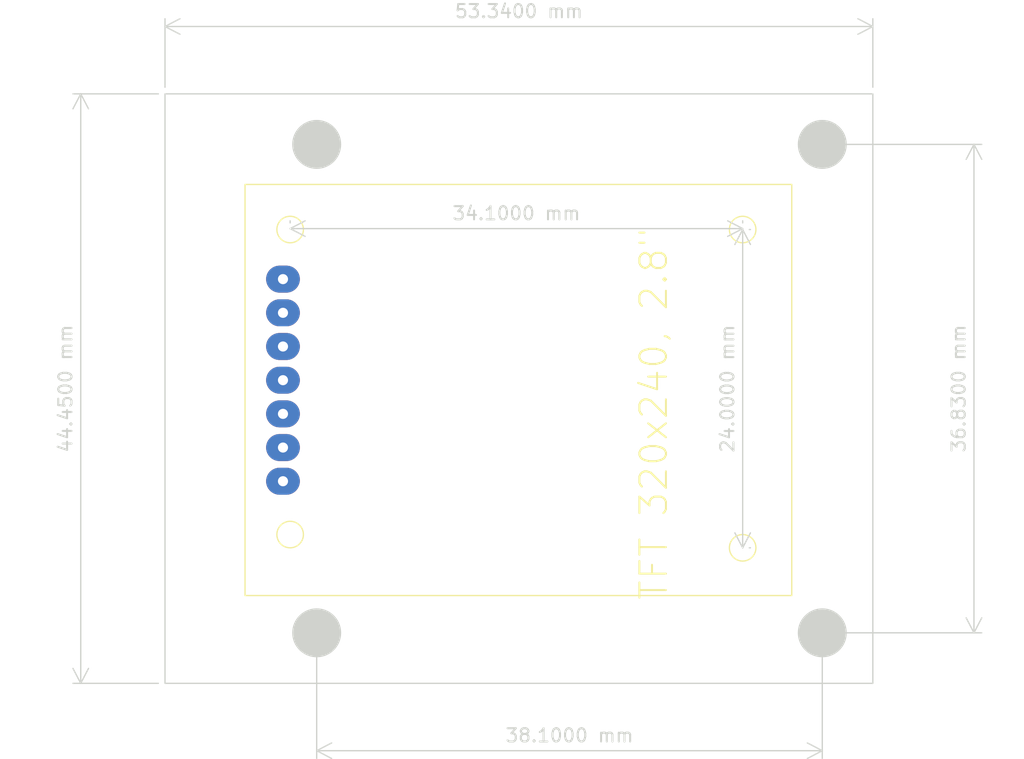
<source format=kicad_pcb>
(kicad_pcb (version 20221018) (generator pcbnew)
  (layers (0 "F.Cu" signal) (31 "B.Cu" signal) (34 "B.Paste" user) (35 "F.Paste" user) (36 "B.SilkS" user "B.Silkscreen") (37 "F.SilkS" user "F.Silkscreen") (38 "B.Mask" user) (39 "F.Mask" user) (44 "Edge.Cuts" user))
  (net 0 "")
  (footprint "1_ene9ba-footprint:TFT-240x240" (layer "F.Cu") (at 139.7 111.76 -90)
    (fp_text reference "U1" hide)
    (fp_text value "~")
    (fp_text user "TFT 320x240, 2.8\"" (at -12.7 -12.7 90) (layer "F.SilkS") (effects (font (size 2 2))))
    (fp_rect (start -30 -23.1) (end 1 18.1) (stroke (width 0.1)) (fill none) (layer "F.SilkS"))
    (fp_circle (center -26.6 -19.4) (end -25.6 -19.4) (stroke (width 0.1)) (fill none) (layer "F.SilkS"))
    (fp_circle (center -26.6 14.7) (end -25.6 14.7) (stroke (width 0.1)) (fill none) (layer "F.SilkS"))
    (fp_circle (center -3.6 14.7) (end -2.6 14.7) (stroke (width 0.1)) (fill none) (layer "F.SilkS"))
    (fp_circle (center -2.6 -19.4) (end -1.6 -19.4) (stroke (width 0.1)) (fill none) (layer "F.SilkS"))
    (pad "1" thru_hole oval (at -7.62 15.24 270) (size 2.032 2.54) (drill 0.762) (layers "*.Cu" "*.Mask"))
    (pad "2" thru_hole oval (at -10.16 15.24 270) (size 2.032 2.54) (drill 0.762) (layers "*.Cu" "*.Mask"))
    (pad "3" thru_hole oval (at -12.7 15.24 270) (size 2.032 2.54) (drill 0.762) (layers "*.Cu" "*.Mask"))
    (pad "4" thru_hole oval (at -15.24 15.24 270) (size 2.032 2.54) (drill 0.762) (layers "*.Cu" "*.Mask"))
    (pad "5" thru_hole oval (at -17.78 15.24 270) (size 2.032 2.54) (drill 0.762) (layers "*.Cu" "*.Mask"))
    (pad "6" thru_hole oval (at -20.32 15.24 270) (size 2.032 2.54) (drill 0.762) (layers "*.Cu" "*.Mask"))
    (pad "7" thru_hole oval (at -22.86 15.24 270) (size 2.032 2.54) (drill 0.762) (layers "*.Cu" "*.Mask"))
  )
  (gr_rect (start 115.57 74.93) (end 168.91 119.38) (stroke (width 0.1)) (fill none) (layer "Edge.Cuts"))
  (gr_circle (center 165.1 78.74) (end 166.896051 78.74) (stroke (width 0.1)) (fill solid) (layer "Edge.Cuts"))
  (gr_circle (center 127 78.74) (end 128.796051 78.74) (stroke (width 0.1)) (fill solid) (layer "Edge.Cuts"))
  (gr_circle (center 165.1 115.57) (end 166.896051 115.57) (stroke (width 0.1)) (fill solid) (layer "Edge.Cuts"))
  (gr_circle (center 127 115.57) (end 128.796051 115.57) (stroke (width 0.1)) (fill solid) (layer "Edge.Cuts"))
  (dimension (type aligned) (layer "Edge.Cuts") (pts (xy 159.1 85.16) (xy 159.1 109.16)) (height 0) (gr_text "24,0000 mm" (at 157.95 97.16 90) (layer "Edge.Cuts") (effects (font (size 1 1) (thickness 0.15)))) (format (prefix "") (suffix "") (units 3) (units_format 1) (precision 4)) (style (thickness 0.1) (arrow_length 1.27) (text_position_mode 0) (extension_height 0.58642) (extension_offset 0.5) keep_text_aligned))
  (dimension (type aligned) (layer "Edge.Cuts") (pts (xy 165.1 78.74) (xy 165.1 115.57)) (height -11.43) (gr_text "36,8300 mm" (at 175.38 97.155 90) (layer "Edge.Cuts") (effects (font (size 1 1) (thickness 0.15)))) (format (prefix "") (suffix "") (units 3) (units_format 1) (precision 4)) (style (thickness 0.1) (arrow_length 1.27) (text_position_mode 0) (extension_height 0.58642) (extension_offset 0.5) keep_text_aligned))
  (dimension (type aligned) (layer "Edge.Cuts") (pts (xy 127 115.57) (xy 165.1 115.57)) (height 8.889999) (gr_text "38,1000 mm" (at 146.05 123.309999) (layer "Edge.Cuts") (effects (font (size 1 1) (thickness 0.15)))) (format (prefix "") (suffix "") (units 3) (units_format 1) (precision 4)) (style (thickness 0.1) (arrow_length 1.27) (text_position_mode 0) (extension_height 0.58642) (extension_offset 0.5) keep_text_aligned))
  (dimension (type aligned) (layer "Edge.Cuts") (pts (xy 115.57 74.93) (xy 168.91 74.93)) (height -5.08) (gr_text "53,3400 mm" (at 142.24 68.7) (layer "Edge.Cuts") (effects (font (size 1 1) (thickness 0.15)))) (format (prefix "") (suffix "") (units 3) (units_format 1) (precision 4)) (style (thickness 0.1) (arrow_length 1.27) (text_position_mode 0) (extension_height 0.58642) (extension_offset 0.5) keep_text_aligned))
  (dimension (type aligned) (layer "Edge.Cuts") (pts (xy 159.1 85.16) (xy 125 85.16)) (height 0.069999) (gr_text "34,1000 mm" (at 142.05 83.940001) (layer "Edge.Cuts") (effects (font (size 1 1) (thickness 0.15)))) (format (prefix "") (suffix "") (units 3) (units_format 1) (precision 4)) (style (thickness 0.1) (arrow_length 1.27) (text_position_mode 0) (extension_height 0.58642) (extension_offset 0.5) keep_text_aligned))
  (dimension (type aligned) (layer "Edge.Cuts") (pts (xy 115.57 74.93) (xy 115.57 119.38)) (height 6.349999) (gr_text "44,4500 mm" (at 108.070001 97.155 90) (layer "Edge.Cuts") (effects (font (size 1 1) (thickness 0.15)))) (format (prefix "") (suffix "") (units 3) (units_format 1) (precision 4)) (style (thickness 0.1) (arrow_length 1.27) (text_position_mode 0) (extension_height 0.58642) (extension_offset 0.5) keep_text_aligned))
)
</source>
